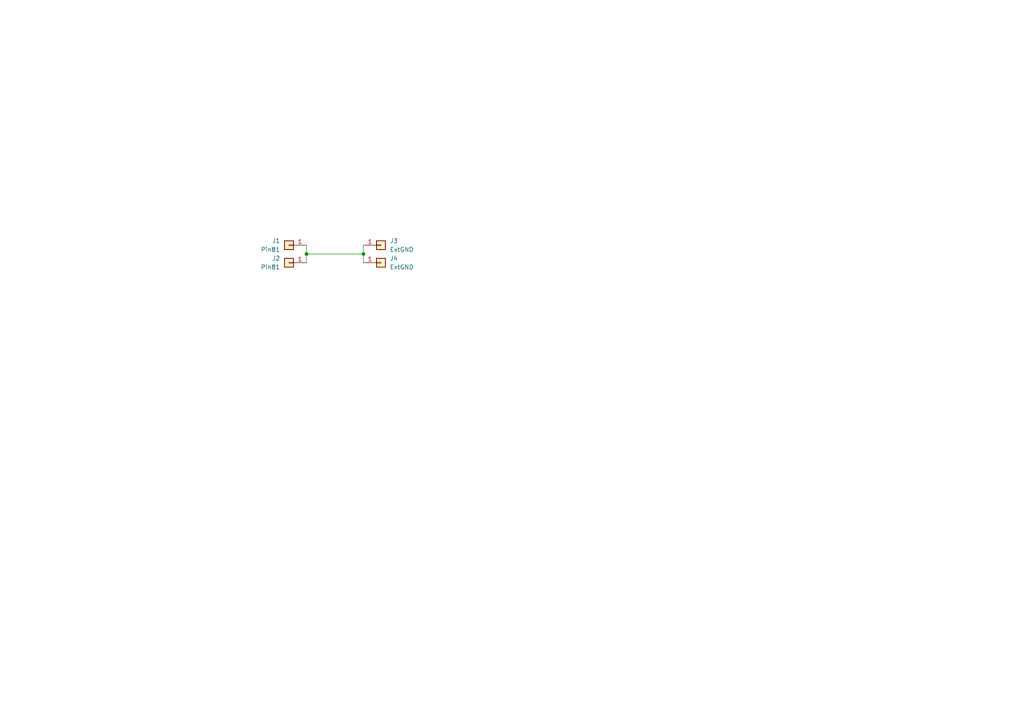
<source format=kicad_sch>
(kicad_sch (version 20250114) (generator "eeschema") (generator_version "9.0")
  (paper "A4")
  (lib_symbols
    (symbol "Connector_Generic:Conn_01x01" (pin_names (offset 1.016) (hide yes))
      (property "Reference" "J" (at 0 2.54 0))
      (property "Value" "Conn_01x01" (at 0 -2.54 0))
      (symbol "Conn_01x01_1_1"
        (rectangle (start -1.27 1.27) (end 1.27 -1.27) (stroke (width 0.254)) (fill (type background)))
        (rectangle (start -1.27 0.127) (end 0 -0.127) (stroke (width 0.1524)))
        (pin passive line (at -5.08 0 0) (length 3.81) (name "Pin_1") (number "1"))
      )
    )
  )
  (junction (at 105.41 73.66))
  (junction (at 88.9 73.66))
  (wire (pts (xy 88.9 73.66) (xy 105.41 73.66)))
  (wire (pts (xy 105.41 73.66) (xy 105.41 76.2)))
  (wire (pts (xy 88.9 71.12) (xy 88.9 73.66)))
  (wire (pts (xy 105.41 71.12) (xy 105.41 73.66)))
  (wire (pts (xy 88.9 73.66) (xy 88.9 76.2)))
  (symbol (lib_id "Connector_Generic:Conn_01x01") (at 110.49 71.12 0) (unit 1)
    (property "Reference" "J3" (at 113.03 69.8499 0) (effects (justify left)))
    (property "Value" "ExtGND" (at 113.03 72.3899 0) (effects (justify left)))
    (property "Footprint" "RegionFix:ExtPad" (effects (hide yes)))
    (property "Description" "Generic connector, single row, 01x01, script generated (kicad-library-utils/schlib/autogen/connector/)" (effects (hide yes)))
  )
  (symbol (lib_id "Connector_Generic:Conn_01x01") (at 110.49 76.2 0) (unit 1)
    (property "Reference" "J4" (at 113.03 74.9299 0) (effects (justify left)))
    (property "Value" "ExtGND" (at 113.03 77.4699 0) (effects (justify left)))
    (property "Footprint" "RegionFix:ExtPad" (effects (hide yes)))
    (property "Description" "Generic connector, single row, 01x01, script generated (kicad-library-utils/schlib/autogen/connector/)" (effects (hide yes)))
  )
  (symbol (lib_id "Connector_Generic:Conn_01x01") (at 83.82 76.2 0) (mirror y) (unit 1)
    (property "Reference" "J2" (at 81.28 74.9299 0) (effects (justify left)))
    (property "Value" "Pin81" (at 81.28 77.4699 0) (effects (justify left)))
    (property "Footprint" "RegionFix:RegionFixPin81" (effects (hide yes)))
    (property "Description" "Generic connector, single row, 01x01, script generated (kicad-library-utils/schlib/autogen/connector/)" (effects (hide yes)))
  )
  (symbol (lib_id "Connector_Generic:Conn_01x01") (at 83.82 71.12 0) (mirror y) (unit 1)
    (property "Reference" "J1" (at 81.28 69.8499 0) (effects (justify left)))
    (property "Value" "Pin81" (at 81.28 72.3899 0) (effects (justify left)))
    (property "Footprint" "RegionFix:RegionFixPin81" (effects (hide yes)))
    (property "Description" "Generic connector, single row, 01x01, script generated (kicad-library-utils/schlib/autogen/connector/)" (effects (hide yes)))
  )
)
</source>
